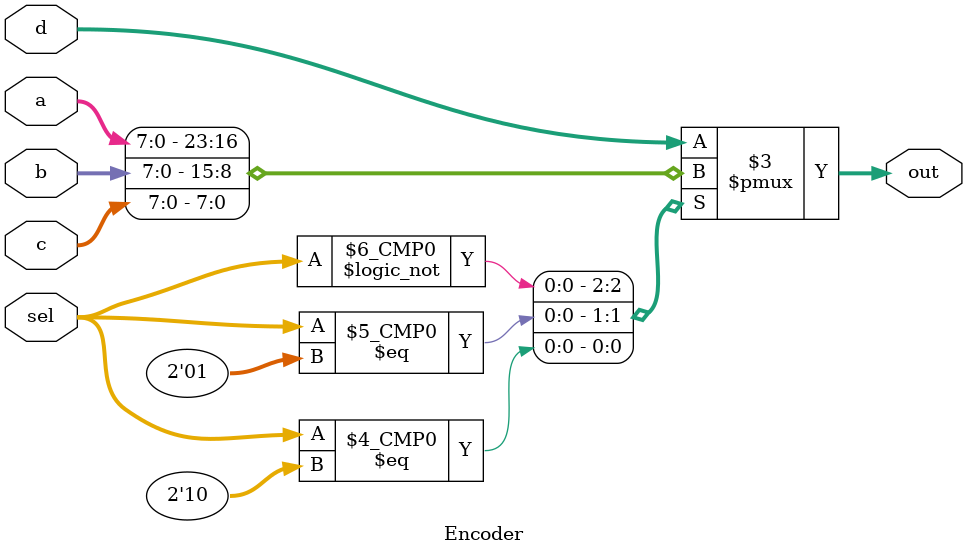
<source format=v>
`timescale 1ns / 1ps

module Encoder(a,b,c,d,sel,out);
    input [7:0]a;
    input [7:0]b;
    input [7:0]c;
    input [7:0]d;
    input [1:0]sel;
    output reg [7:0] out;
    
    always @(a or b or c or d or sel)
    begin
        case (sel)
            2'b00 : out = a;
            2'b01 : out = b;
            2'b10 : out = c;
            default : out = d;
        endcase
    end
endmodule

</source>
